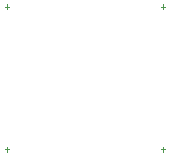
<source format=gm1>
%FSLAX25Y25*%
%MOIN*%
G70*
G01*
G75*
G04 Layer_Color=16711935*
%ADD10R,0.03543X0.02756*%
%ADD11R,0.02756X0.03543*%
%ADD12R,0.03543X0.03150*%
%ADD13R,0.05906X0.05906*%
%ADD14R,0.08858X0.01969*%
%ADD15O,0.08858X0.01969*%
%ADD16C,0.01969*%
%ADD17C,0.00394*%
%ADD18R,0.05906X0.05906*%
%ADD19C,0.05906*%
%ADD20O,0.03937X0.07874*%
%ADD21O,0.03937X0.07874*%
%ADD22C,0.03150*%
%ADD23C,0.00787*%
%ADD24C,0.00984*%
%ADD25C,0.00591*%
%ADD26R,0.04343X0.03556*%
%ADD27R,0.03556X0.04343*%
%ADD28R,0.04343X0.03950*%
%ADD29R,0.06706X0.06706*%
%ADD30R,0.09658X0.02769*%
%ADD31O,0.09658X0.02769*%
%ADD32R,0.06706X0.06706*%
%ADD33C,0.06706*%
%ADD34O,0.04737X0.08674*%
%ADD35O,0.04737X0.08674*%
%ADD36C,0.03950*%
%ADD37C,0.01000*%
D17*
X331213Y307500D02*
X332787D01*
X332000Y306713D02*
Y308287D01*
X331213Y260000D02*
X332787D01*
X332000Y259213D02*
Y260787D01*
X383213Y260000D02*
X384787D01*
X384000Y259213D02*
Y260787D01*
X383213Y307500D02*
X384787D01*
X384000Y306713D02*
Y308287D01*
M02*

</source>
